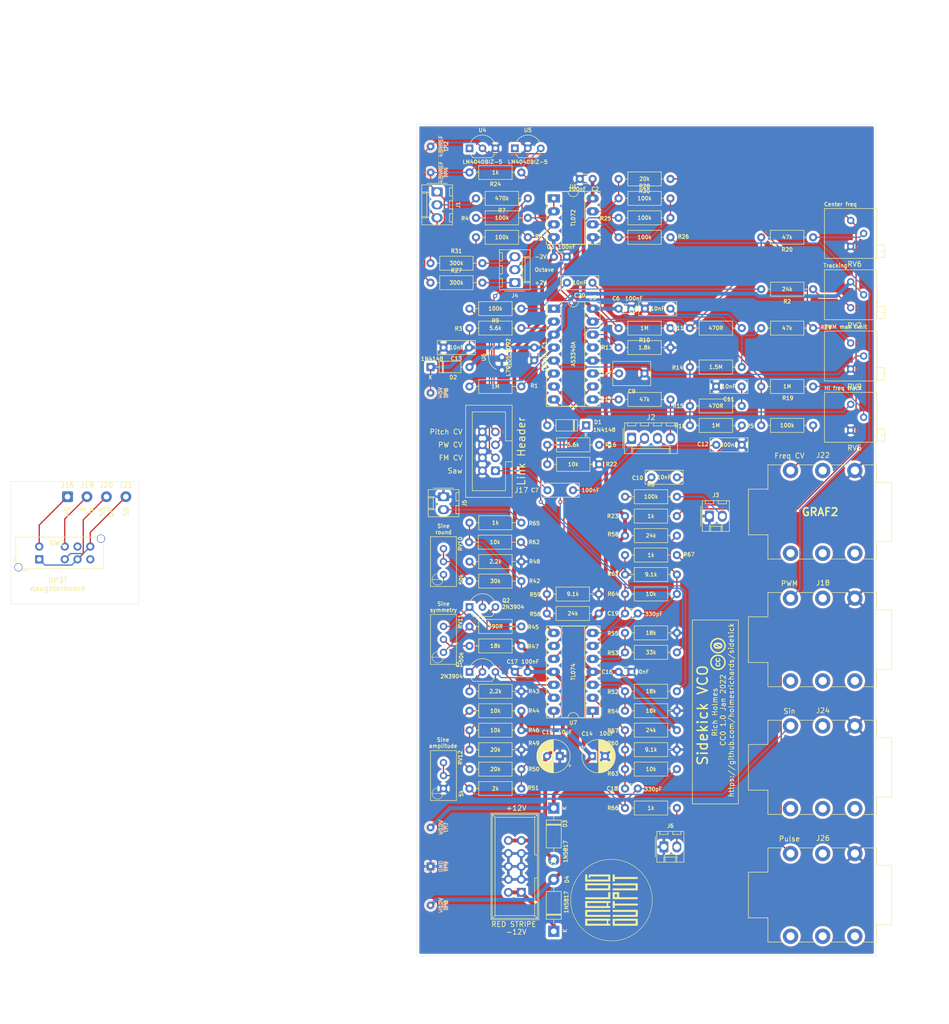
<source format=kicad_pcb>
(kicad_pcb (version 20211014) (generator pcbnew)
  (layers (0 "F.Cu" signal) (31 "B.Cu" signal) (34 "B.Paste" user) (35 "F.Paste" user) (36 "B.SilkS" user "B.Silkscreen") (37 "F.SilkS" user "F.Silkscreen") (38 "B.Mask" user) (39 "F.Mask" user) (44 "Edge.Cuts" user))
  (net 0 "")
  (net 1 "GND")
  (net 2 "-5V")
  (net 3 "+12V")
  (net 4 "-12V")
  (net 5 "PWM_IN")
  (net 6 "LIN_FM")
  (net 7 "CV_NODE")
  (net 8 "HFT")
  (net 9 "HARD_SYNC")
  (net 10 "SOFT_SYNC")
  (net 11 "/Main PCB/LINK_IN_SYNC")
  (net 12 "Net-(C9-Pad2)")
  (net 13 "Net-(C10-Pad1)")
  (net 14 "Net-(C11-Pad1)")
  (net 15 "/Main PCB/SYNCA")
  (net 16 "/Main PCB/SOFT_SYNC_OFF")
  (net 17 "Net-(C8-Pad1)")
  (net 18 "Net-(C19-Pad1)")
  (net 19 "Net-(C19-Pad2)")
  (net 20 "Net-(C18-Pad2)")
  (net 21 "Net-(C20-Pad2)")
  (net 22 "PULSE")
  (net 23 "/Main PCB/FINE_TUNE")
  (net 24 "Net-(Q1-Pad3)")
  (net 25 "Net-(Q2-Pad3)")
  (net 26 "Net-(Q2-Pad2)")
  (net 27 "Net-(C10-Pad2)")
  (net 28 "Net-(C18-Pad1)")
  (net 29 "Net-(C20-Pad1)")
  (net 30 "/Main PCB/SOFT_SYNCA")
  (net 31 "Net-(R4-Pad2)")
  (net 32 "Net-(D1-Pad1)")
  (net 33 "Net-(R2-Pad2)")
  (net 34 "/Main PCB/HARD_SYNCA")
  (net 35 "Net-(R2-Pad1)")
  (net 36 "Net-(R29-Pad1)")
  (net 37 "/Main PCB/LIN_FM_IN")
  (net 38 "/Main PCB/-2V_REF")
  (net 39 "/Main PCB/OCTAVE")
  (net 40 "Net-(R3-Pad1)")
  (net 41 "/Main PCB/+2V_REF")
  (net 42 "/Outputs and sin/TRI")
  (net 43 "/Outputs and sin/SAW")
  (net 44 "TRI_RAW")
  (net 45 "/Main PCB/LINK_IN_CV")
  (net 46 "/Main PCB/LINK_IN_PW")
  (net 47 "/Main PCB/LINK_IN_FM")
  (net 48 "Net-(R13-Pad1)")
  (net 49 "PWMIN")
  (net 50 "Net-(R42-Pad1)")
  (net 51 "V_OCT")
  (net 52 "SIN")
  (net 53 "PULSE_OUT")
  (net 54 "/Jacks, power, etc/+12V_IN")
  (net 55 "/Jacks, power, etc/-12V_IN")
  (net 56 "/Main PCB/HI_FREQ_TRACK")
  (net 57 "+5V_REF")
  (net 58 "/Main PCB/CENTER_FREQ")
  (net 59 "-5V_REF")
  (net 60 "SAW_OUT")
  (net 61 "Net-(Q1-Pad1)")
  (net 62 "Net-(Q1-Pad2)")
  (net 63 "Net-(Q2-Pad1)")
  (net 64 "Net-(R25-Pad1)")
  (net 65 "Net-(R28-Pad1)")
  (net 66 "/Panel mounted components/SOFT_SYNC_OFF_P")
  (net 67 "/Panel mounted components/SOFT_SYNCA_P")
  (net 68 "/Panel mounted components/SYNCA_P")
  (net 69 "/Panel mounted components/HARD_SYNCA_P")
  (net 70 "TRIANGLE_OUT")
  (net 71 "Net-(R52-Pad1)")
  (net 74 "Net-(R47-Pad2)")
  (net 75 "Net-(R50-Pad1)")
  (net 76 "Net-(R53-Pad1)")
  (net 77 "Net-(R56-Pad1)")
  (footprint "ao_tht:C_Disc_D3.0mm_W1.6mm_P2.50mm" (layer "F.Cu") (at 109.32 79.8 -90)
    (fp_text reference "C1")
    (fp_text value "100nF")
  )
  (footprint "ao_tht:C_Rect_L7.2mm_W2.5mm_P5.00mm_FKS2_FKP2_MKS2_MKP2" (layer "F.Cu") (at 116.9 107.74 180)
    (fp_text reference "C7")
    (fp_text value "100nF")
  )
  (footprint "ao_tht:C_Disc_D3.0mm_W1.6mm_P2.50mm" (layer "F.Cu") (at 125.83 72.19)
    (fp_text reference "C6")
    (fp_text value "100nF")
  )
  (footprint "ao_tht:C_Disc_D3.0mm_W1.6mm_P2.50mm" (layer "F.Cu") (at 120.74 46.78 180)
    (fp_text reference "C2")
    (fp_text value "100nF")
  )
  (footprint "ao_tht:C_Disc_D3.0mm_W1.6mm_P2.50mm" (layer "F.Cu") (at 115.67 62.02 180)
    (fp_text reference "C3")
    (fp_text value "100nF")
  )
  (footprint "Capacitor_THT:C_Rect_L7.2mm_W4.5mm_P5.00mm_FKS2_FKP2_MKS2_MKP2" (layer "F.Cu") (at 130.91 84.88 180)
    (fp_text reference "C9")
    (fp_text value "1nF")
  )
  (footprint "ao_tht:C_Rect_L7.2mm_W2.5mm_P5.00mm_FKS2_FKP2_MKS2_MKP2" (layer "F.Cu") (at 137.26 105.2 180)
    (fp_text reference "C10")
    (fp_text value "10nF")
  )
  (footprint "ao_tht:C_Rect_L7.2mm_W2.5mm_P5.00mm_FKS2_FKP2_MKS2_MKP2" (layer "F.Cu") (at 149.93 87.42 180)
    (fp_text reference "C11")
    (fp_text value "10nF")
  )
  (footprint "ao_tht:C_Rect_L7.2mm_W2.5mm_P5.00mm_FKS2_FKP2_MKS2_MKP2" (layer "F.Cu") (at 91.54 79.8)
    (fp_text reference "C13")
    (fp_text value "10nF")
  )
  (footprint "ao_tht:C_Disc_D3.0mm_W1.6mm_P2.50mm" (layer "F.Cu") (at 125.83 143.31)
    (fp_text reference "C16")
    (fp_text value "100nF")
  )
  (footprint "ao_tht:C_Disc_D3.0mm_W1.6mm_P2.50mm" (layer "F.Cu") (at 105.51 143.31)
    (fp_text reference "C17")
    (fp_text value "100nF")
  )
  (footprint "ao_tht:C_Disc_D3.0mm_W1.6mm_P2.50mm" (layer "F.Cu") (at 129.59 166.16 180)
    (fp_text reference "C18")
    (fp_text value "330pF")
  )
  (footprint "ao_tht:C_Disc_D3.0mm_W1.6mm_P2.50mm" (layer "F.Cu") (at 127.09 131.87)
    (fp_text reference "C19")
    (fp_text value "330pF")
  )
  (footprint "ao_tht:CP_Radial_D6.3mm_P2.50mm" (layer "F.Cu") (at 120.67 159.82)
    (fp_text reference "C14")
    (fp_text value "10uF")
  )
  (footprint "ao_tht:CP_Radial_D6.3mm_P2.50mm" (layer "F.Cu") (at 114.32 159.82 180)
    (fp_text reference "C15")
    (fp_text value "10uF")
  )
  (footprint "ao_tht:D_DO-35_SOD27_P7.62mm_Horizontal" (layer "F.Cu") (at 89 83.61)
    (fp_text reference "D2")
    (fp_text value "1N4148")
  )
  (footprint "ao_tht:D_DO-41_SOD81_P10.16mm_Horizontal" (layer "F.Cu") (at 113.13 169.98 -90)
    (fp_text reference "D3")
    (fp_text value "1N5817")
  )
  (footprint "ao_tht:D_DO-41_SOD81_P10.16mm_Horizontal" (layer "F.Cu") (at 113.13 194.11 90)
    (fp_text reference "D4")
    (fp_text value "1N5817")
  )
  (footprint "ao_tht:analogoutput" (layer "F.Cu") (at 124.433 188.004 90)
    (fp_text reference "GRAF3" hide)
    (fp_text value "AO logo" hide)
  )
  (footprint "ao_tht:CC0_logo" (layer "F.Cu") (at 145.293 139.822 90)
    (fp_text reference "GRAF4" hide)
    (fp_text value "CC0 logo" hide)
  )
  (footprint "ao_tht:Molex_KK-254_AE-6410-03A_1x03_P2.54mm_Vertical" (layer "F.Cu") (at 105.51 67.1 90)
    (fp_text reference "J4")
    (fp_text value "3_pin_Molex_header")
  )
  (footprint "Connector_IDC:IDC-Header_2x04_P2.54mm_Vertical" (layer "F.Cu") (at 101.7 103.93 180)
    (fp_text reference "J17")
    (fp_text value "Conn_02x04_Odd_Even")
  )
  (footprint "ao_tht:Jack_6.35mm_TE-CK-6.35-29B_Horizontal" (layer "F.Cu") (at 159.515 128.885)
    (fp_text reference "J18")
    (fp_text value "AudioJack2")
  )
  (footprint "ao_tht:Jack_6.35mm_TE-CK-6.35-29B_Horizontal" (layer "F.Cu") (at 159.515 103.885)
    (fp_text reference "J22")
    (fp_text value "AudioJack2")
  )
  (footprint "ao_tht:Power_Header" (layer "F.Cu") (at 106.78 186.49 180)
    (fp_text reference "J23")
    (fp_text value "Synth_power_2x5")
  )
  (footprint "ao_tht:Jack_6.35mm_TE-CK-6.35-29B_Horizontal" (layer "F.Cu") (at 159.515 153.885)
    (fp_text reference "J24")
    (fp_text value "AudioJack2")
  )
  (footprint "ao_tht:Jack_6.35mm_TE-CK-6.35-29B_Horizontal" (layer "F.Cu") (at 159.515 178.885)
    (fp_text reference "J26")
    (fp_text value "AudioJack2")
  )
  (footprint "ao_tht:TO-92_Inline_Wide" (layer "F.Cu") (at 96.62 143.31)
    (fp_text reference "Q1")
    (fp_text value "2N3904")
  )
  (footprint "ao_tht:TO-92_Inline_Wide" (layer "F.Cu") (at 96.62 130.61)
    (fp_text reference "Q2")
    (fp_text value "2N3904")
  )
  (footprint "ao_tht:R_Axial_DIN0207_L6.3mm_D2.5mm_P10.16mm_Horizontal" (layer "F.Cu") (at 96.62 87.42)
    (fp_text reference "R1")
    (fp_text value "1M")
  )
  (footprint "ao_tht:R_Axial_DIN0207_L6.3mm_D2.5mm_P10.16mm_Horizontal" (layer "F.Cu") (at 153.77 68.37)
    (fp_text reference "R2")
    (fp_text value "24k")
  )
  (footprint "ao_tht:R_Axial_DIN0207_L6.3mm_D2.5mm_P10.16mm_Horizontal" (layer "F.Cu") (at 106.78 75.99 180)
    (fp_text reference "R3")
    (fp_text value "5.6k")
  )
  (footprint "ao_tht:R_Axial_DIN0207_L6.3mm_D2.5mm_P10.16mm_Horizontal" (layer "F.Cu") (at 97.89 54.4)
    (fp_text reference "R4")
    (fp_text value "100k")
  )
  (footprint "ao_tht:R_Axial_DIN0207_L6.3mm_D2.5mm_P10.16mm_Horizontal" (layer "F.Cu") (at 153.77 95.04)
    (fp_text reference "R5")
    (fp_text value "100k")
  )
  (footprint "ao_tht:R_Axial_DIN0207_L6.3mm_D2.5mm_P10.16mm_Horizontal" (layer "F.Cu") (at 108.05 58.21 180)
    (fp_text reference "R6")
    (fp_text value "100k")
  )
  (footprint "ao_tht:R_Axial_DIN0207_L6.3mm_D2.5mm_P10.16mm_Horizontal" (layer "F.Cu") (at 108.05 50.59 180)
    (fp_text reference "R7")
    (fp_text value "470k")
  )
  (footprint "ao_tht:R_Axial_DIN0207_L6.3mm_D2.5mm_P10.16mm_Horizontal" (layer "F.Cu") (at 125.83 79.8)
    (fp_text reference "R13")
    (fp_text value "1.8k")
  )
  (footprint "ao_tht:R_Axial_DIN0207_L6.3mm_D2.5mm_P10.16mm_Horizontal" (layer "F.Cu") (at 149.96 83.61 180)
    (fp_text reference "R14")
    (fp_text value "1.5M")
  )
  (footprint "ao_tht:R_Axial_DIN0207_L6.3mm_D2.5mm_P10.16mm_Horizontal" (layer "F.Cu") (at 139.8 91.24)
    (fp_text reference "R15")
    (fp_text value "470R")
  )
  (footprint "ao_tht:R_Axial_DIN0207_L6.3mm_D2.5mm_P10.16mm_Horizontal" (layer "F.Cu") (at 139.8 95.05)
    (fp_text reference "R18")
    (fp_text value "1M")
  )
  (footprint "ao_tht:R_Axial_DIN0207_L6.3mm_D2.5mm_P10.16mm_Horizontal" (layer "F.Cu") (at 153.77 87.42)
    (fp_text reference "R19")
    (fp_text value "1M")
  )
  (footprint "ao_tht:R_Axial_DIN0207_L6.3mm_D2.5mm_P10.16mm_Horizontal" (layer "F.Cu") (at 153.77 58.21)
    (fp_text reference "R20")
    (fp_text value "47k")
  )
  (footprint "ao_tht:R_Axial_DIN0207_L6.3mm_D2.5mm_P10.16mm_Horizontal" (layer "F.Cu") (at 127.08 112.81)
    (fp_text reference "R23")
    (fp_text value "1k")
  )
  (footprint "ao_tht:R_Axial_DIN0207_L6.3mm_D2.5mm_P10.16mm_Horizontal" (layer "F.Cu") (at 135.99 54.4 180)
    (fp_text reference "R25")
    (fp_text value "100k")
  )
  (footprint "ao_tht:R_Axial_DIN0207_L6.3mm_D2.5mm_P10.16mm_Horizontal" (layer "F.Cu") (at 125.83 58.21)
    (fp_text reference "R26")
    (fp_text value "100k")
  )
  (footprint "ao_tht:R_Axial_DIN0207_L6.3mm_D2.5mm_P10.16mm_Horizontal" (layer "F.Cu") (at 125.83 50.59)
    (fp_text reference "R28")
    (fp_text value "100k")
  )
  (footprint "ao_tht:R_Axial_DIN0207_L6.3mm_D2.5mm_P10.16mm_Horizontal" (layer "F.Cu") (at 163.93 75.99 180)
    (fp_text reference "R29")
    (fp_text value "47k")
  )
  (footprint "ao_tht:R_Axial_DIN0207_L6.3mm_D2.5mm_P10.16mm_Horizontal" (layer "F.Cu") (at 135.99 46.78 180)
    (fp_text reference "R30")
    (fp_text value "20k")
  )
  (footprint "ao_tht:R_Axial_DIN0207_L6.3mm_D2.5mm_P10.16mm_Horizontal" (layer "F.Cu") (at 96.62 125.53)
    (fp_text reference "R42")
    (fp_text value "30k")
  )
  (footprint "ao_tht:R_Axial_DIN0207_L6.3mm_D2.5mm_P10.16mm_Horizontal" (layer "F.Cu") (at 96.62 147.12)
    (fp_text reference "R43")
    (fp_text value "2.2k")
  )
  (footprint "ao_tht:R_Axial_DIN0207_L6.3mm_D2.5mm_P10.16mm_Horizontal" (layer "F.Cu") (at 106.78 150.93 180)
    (fp_text reference "R44")
    (fp_text value "10k")
  )
  (footprint "ao_tht:R_Axial_DIN0207_L6.3mm_D2.5mm_P10.16mm_Horizontal" (layer "F.Cu") (at 106.78 134.42 180)
    (fp_text reference "R45")
    (fp_text value "390R")
  )
  (footprint "ao_tht:R_Axial_DIN0207_L6.3mm_D2.5mm_P10.16mm_Horizontal" (layer "F.Cu") (at 106.78 154.74 180)
    (fp_text reference "R46")
    (fp_text value "10k")
  )
  (footprint "ao_tht:R_Axial_DIN0207_L6.3mm_D2.5mm_P10.16mm_Horizontal" (layer "F.Cu") (at 106.78 138.23 180)
    (fp_text reference "R47")
    (fp_text value "18k")
  )
  (footprint "ao_tht:R_Axial_DIN0207_L6.3mm_D2.5mm_P10.16mm_Horizontal" (layer "F.Cu") (at 96.62 121.72)
    (fp_text reference "R48")
    (fp_text value "2.2k")
  )
  (footprint "ao_tht:R_Axial_DIN0207_L6.3mm_D2.5mm_P10.16mm_Horizontal" (layer "F.Cu") (at 96.62 158.55)
    (fp_text reference "R49")
    (fp_text value "20k")
  )
  (footprint "ao_tht:R_Axial_DIN0207_L6.3mm_D2.5mm_P10.16mm_Horizontal" (layer "F.Cu") (at 106.78 162.36 180)
    (fp_text reference "R50")
    (fp_text value "20k")
  )
  (footprint "ao_tht:R_Axial_DIN0207_L6.3mm_D2.5mm_P10.16mm_Horizontal" (layer "F.Cu") (at 96.62 166.17)
    (fp_text reference "R51")
    (fp_text value "2k")
  )
  (footprint "ao_tht:R_Axial_DIN0207_L6.3mm_D2.5mm_P10.16mm_Horizontal" (layer "F.Cu") (at 127.09 147.11)
    (fp_text reference "R52")
    (fp_text value "18k")
  )
  (footprint "ao_tht:R_Axial_DIN0207_L6.3mm_D2.5mm_P10.16mm_Horizontal" (layer "F.Cu") (at 127.09 139.49)
    (fp_text reference "R53")
    (fp_text value "33k")
  )
  (footprint "ao_tht:R_Axial_DIN0207_L6.3mm_D2.5mm_P10.16mm_Horizontal" (layer "F.Cu") (at 127.09 150.92)
    (fp_text reference "R54")
    (fp_text value "18k")
  )
  (footprint "ao_tht:R_Axial_DIN0207_L6.3mm_D2.5mm_P10.16mm_Horizontal" (layer "F.Cu") (at 127.09 135.68)
    (fp_text reference "R55")
    (fp_text value "18k")
  )
  (footprint "ao_tht:R_Axial_DIN0207_L6.3mm_D2.5mm_P10.16mm_Horizontal" (layer "F.Cu") (at 111.78 131.88)
    (fp_text reference "R56")
    (fp_text value "24k")
  )
  (footprint "ao_tht:R_Axial_DIN0207_L6.3mm_D2.5mm_P10.16mm_Horizontal" (layer "F.Cu") (at 127.09 154.73)
    (fp_text reference "R57")
    (fp_text value "24k")
  )
  (footprint "ao_tht:R_Axial_DIN0207_L6.3mm_D2.5mm_P10.16mm_Horizontal" (layer "F.Cu") (at 137.25 116.63 180)
    (fp_text reference "R58")
    (fp_text value "24k")
  )
  (footprint "ao_tht:R_Axial_DIN0207_L6.3mm_D2.5mm_P10.16mm_Horizontal" (layer "F.Cu") (at 111.78 128.07)
    (fp_text reference "R59")
    (fp_text value "9.1k")
  )
  (footprint "ao_tht:R_Axial_DIN0207_L6.3mm_D2.5mm_P10.16mm_Horizontal" (layer "F.Cu") (at 127.09 158.54)
    (fp_text reference "R60")
    (fp_text value "9.1k")
  )
  (footprint "ao_tht:R_Axial_DIN0207_L6.3mm_D2.5mm_P10.16mm_Horizontal" (layer "F.Cu") (at 137.25 124.25 180)
    (fp_text reference "R61")
    (fp_text value "9.1k")
  )
  (footprint "ao_tht:R_Axial_DIN0207_L6.3mm_D2.5mm_P10.16mm_Horizontal" (layer "F.Cu") (at 96.54 117.91)
    (fp_text reference "R62")
    (fp_text value "10k")
  )
  (footprint "ao_tht:R_Axial_DIN0207_L6.3mm_D2.5mm_P10.16mm_Horizontal" (layer "F.Cu") (at 137.25 162.35 180)
    (fp_text reference "R63")
    (fp_text value "10k")
  )
  (footprint "ao_tht:R_Axial_DIN0207_L6.3mm_D2.5mm_P10.16mm_Horizontal" (layer "F.Cu") (at 127.09 128.06)
    (fp_text reference "R64")
    (fp_text value "10k")
  )
  (footprint "ao_tht:R_Axial_DIN0207_L6.3mm_D2.5mm_P10.16mm_Horizontal" (layer "F.Cu") (at 106.78 114.1 180)
    (fp_text reference "R65")
    (fp_text value "1k")
  )
  (footprint "ao_tht:R_Axial_DIN0207_L6.3mm_D2.5mm_P10.16mm_Horizontal" (layer "F.Cu") (at 137.25 169.97 180)
    (fp_text reference "R66")
    (fp_text value "1k")
  )
  (footprint "ao_tht:R_Axial_DIN0207_L6.3mm_D2.5mm_P10.16mm_Horizontal" (layer "F.Cu") (at 137.25 120.44 180)
    (fp_text reference "R67")
    (fp_text value "1k")
  )
  (footprint "Potentiometer_THT:Potentiometer_Bourns_3296P_Horizontal" (layer "F.Cu") (at 171.3 72 180)
    (fp_text reference "RV2")
    (fp_text value "10k")
  )
  (footprint "Potentiometer_THT:Potentiometer_Bourns_3296P_Horizontal" (layer "F.Cu") (at 171.3 96 180)
    (fp_text reference "RV5")
    (fp_text value "10k")
  )
  (footprint "Potentiometer_THT:Potentiometer_Bourns_3296P_Horizontal" (layer "F.Cu") (at 171.3 60 180)
    (fp_text reference "RV6")
    (fp_text value "10k")
  )
  (footprint "Potentiometer_THT:Potentiometer_Bourns_3296P_Horizontal" (layer "F.Cu") (at 171.3 84 180)
    (fp_text reference "RV9")
    (fp_text value "10k")
  )
  (footprint "ao_tht:DIP-16_W7.62mm_Socket_LongPads" (layer "F.Cu") (at 113.14 72.18)
    (fp_text reference "U3")
    (fp_text value "AS3340A")
  )
  (footprint "ao_tht:DIP-8_W7.62mm_Socket_LongPads" (layer "F.Cu") (at 113.13 50.6)
    (fp_text reference "U1")
    (fp_text value "TL072")
  )
  (footprint "ao_tht:TO-92_Inline_Wide" (layer "F.Cu") (at 96.62 40.79)
    (fp_text reference "U4")
    (fp_text value "LM4040BIZ-5")
  )
  (footprint "ao_tht:TO-92_Inline_Wide" (layer "F.Cu") (at 102.97 84.245 90)
    (fp_text reference "U6")
    (fp_text value "L79L05_TO92")
  )
  (footprint "ao_tht:DIP-14_W7.62mm_Socket_LongPads" (layer "F.Cu") (at 120.75 150.93 180)
    (fp_text reference "U7")
    (fp_text value "TL074")
  )
  (footprint "sidekickvco:sidekick_panel_holes" (layer "F.Cu") (at 165.3 112)
    (fp_text reference "GRAF2")
    (fp_text value "Holes" hide)
  )
  (footprint "ao_tht:R_Axial_DIN0207_L6.3mm_D2.5mm_P10.16mm_Horizontal" (layer "F.Cu") (at 106.78 72.18 180)
    (fp_text reference "R9")
    (fp_text value "100k")
  )
  (footprint "ao_tht:R_Axial_DIN0207_L6.3mm_D2.5mm_P10.16mm_Horizontal" (layer "F.Cu") (at 135.99 75.99 180)
    (fp_text reference "R10")
    (fp_text value "1M")
  )
  (footprint "ao_tht:C_Rect_L7.2mm_W2.5mm_P5.00mm_FKS2_FKP2_MKS2_MKP2" (layer "F.Cu") (at 120.71 67.1 180)
    (fp_text reference "C20")
    (fp_text value "10nF")
  )
  (footprint "ao_tht:R_Axial_DIN0207_L6.3mm_D2.5mm_P10.16mm_Horizontal" (layer "F.Cu") (at 139.8 75.99)
    (fp_text reference "R11")
    (fp_text value "470R")
  )
  (footprint "ao_tht:Molex_KK-254_AE-6410-02A_1x02_P2.54mm_Vertical" (layer "F.Cu") (at 143.61 112.82)
    (fp_text reference "J3")
    (fp_text value "2_pin_Molex_header")
  )
  (footprint "ao_tht:D_DO-35_SOD27_P7.62mm_Horizontal" (layer "F.Cu") (at 119.48 95.04 180)
    (fp_text reference "D1")
    (fp_text value "1N4148")
  )
  (footprint "Connector_Wire:SolderWire-0.5sqmm_1x01_D0.9mm_OD2.1mm" (layer "F.Cu") (at 17.88 109.01)
    (fp_text reference "J16")
    (fp_text value "Wire pad")
  )
  (footprint "ao_tht:C_Rect_L7.2mm_W2.5mm_P5.00mm_FKS2_FKP2_MKS2_MKP2" (layer "F.Cu") (at 149.96 98.85 180)
    (fp_text reference "C12")
    (fp_text value "100nF")
  )
  (footprint "ao_tht:C_Rect_L7.2mm_W2.5mm_P5.00mm_FKS2_FKP2_MKS2_MKP2" (layer "F.Cu") (at 135.99 72.18 180)
    (fp_text reference "C8")
    (fp_text value "10nF")
  )
  (footprint "ao_tht:MountingHole_3.2mm_M3" (layer "F.Cu") (at 9.8 109)
    (fp_text reference "H2" hide)
    (fp_text value "MountingHole")
  )
  (footprint "ao_tht:Board_Marker" (layer "F.Cu") (at 18.445 105.855)
    (fp_text reference "B2")
    (fp_text value "Board")
  )
  (footprint "sidekickvco:SolderWire-round_1x01_D0.9mm_OD2.1mm" (layer "F.Cu") (at 29.31 109.01)
    (fp_text reference "J21")
    (fp_text value "Wire pad")
  )
  (footprint "ao_tht:Potentiometer_Bourns_3296W_Vertical_screw_centered" (layer "F.Cu") (at 90.38 140.45 -90)
    (fp_text reference "RV11")
    (fp_text value "50k")
  )
  (footprint "ao_tht:R_Axial_DIN0207_L6.3mm_D2.5mm_P10.16mm_Horizontal" (layer "F.Cu") (at 88.98 63.28)
    (fp_text reference "R31")
    (fp_text value "300k")
  )
  (footprint "ao_tht:Board_Marker" (layer "F.Cu") (at 125.8 36)
    (fp_text reference "B1")
    (fp_text value "Board")
  )
  (footprint "sidekickvco:SolderWire-round_1x01_D0.9mm_OD2.1mm" (layer "F.Cu") (at 25.5 109.01)
    (fp_text reference "J20")
    (fp_text value "Wire pad")
  )
  (footprint "ao_tht:R_Axial_DIN0207_L6.3mm_D2.5mm_P10.16mm_Horizontal" (layer "F.Cu") (at 88.98 67.1)
    (fp_text reference "R27")
    (fp_text value "300k")
  )
  (footprint "sidekickvco:sidekick_daughterboard" (layer "F.Cu") (at 19.3 118)
    (fp_text reference "GRAF1" hide)
    (fp_text value "board" hide)
  )
  (footprint "ao_tht:R_Axial_DIN0207_L6.3mm_D2.5mm_P10.16mm_Horizontal" (layer "F.Cu") (at 127.1 109.01)
    (fp_text reference "R8")
    (fp_text value "100k")
  )
  (footprint "Connector_Molex:Molex_KK-254_AE-6410-04A_1x04_P2.54mm_Vertical" (layer "F.Cu") (at 128.37 97.58)
    (fp_text reference "J2")
    (fp_text value "4_pin_Molex_header")
  )
  (footprint "ao_tht:R_Axial_DIN0207_L6.3mm_D2.5mm_P10.16mm_Horizontal" (layer "F.Cu") (at 122.02 102.66 180)
    (fp_text reference "R22")
    (fp_text value "10k")
  )
  (footprint "ao_tht:TO-92_Inline_Wide" (layer "F.Cu") (at 105.51 40.79)
    (fp_text reference "U5")
    (fp_text value "LM4040BIZ-5")
  )
  (footprint "ao_tht:R_Axial_DIN0207_L6.3mm_D2.5mm_P10.16mm_Horizontal" (layer "F.Cu") (at 111.86 98.85)
    (fp_text reference "R16")
    (fp_text value "5.6k")
  )
  (footprint "ao_tht:R_Axial_DIN0207_L6.3mm_D2.5mm_P10.16mm_Horizontal" (layer "F.Cu") (at 125.83 89.96)
    (fp_text reference "R17")
    (fp_text value "47k")
  )
  (footprint "ao_tht:MountingHole_3.2mm_M3" (layer "F.Cu") (at 28.8 127)
    (fp_text reference "H1" hide)
    (fp_text value "MountingHole")
  )
  (footprint "herovco:SW_CK_OS203012MU5QP1_DP3T" (layer "F.Cu") (at 12.3382 121.2704)
    (fp_text reference "SW2")
    (fp_text value "SW_DP3T")
  )
  (footprint "ao_tht:Potentiometer_Bourns_3296W_Vertical_screw_centered" (layer "F.Cu") (at 90.38 167.12 -90)
    (fp_text reference "RV12")
    (fp_text value "5k")
  )
  (footprint "ao_tht:Potentiometer_Bourns_3296W_Vertical_screw_centered" (layer "F.Cu") (at 90.38 125.22 -90)
    (fp_text reference "RV10")
    (fp_text value "50k")
  )
  (footprint "ao_tht:Molex_KK-254_AE-6410-02A_1x02_P2.54mm_Vertical" (layer "F.Cu") (at 91.53 109.01 -90)
    (fp_text reference "J5")
    (fp_text value "2_pin_Molex_header")
  )
  (footprint "ao_tht:Molex_KK-254_AE-6410-03A_1x03_P2.54mm_Vertical" (layer "F.Cu") (at 90.27 49.32 -90)
    (fp_text reference "J1")
    (fp_text value "3_pin_Molex_header")
  )
  (footprint "ao_tht:Molex_KK-254_AE-6410-02A_1x02_P2.54mm_Vertical" (layer "F.Cu") (at 134.7 177.58)
    (fp_text reference "J6")
    (fp_text value "2_pin_Molex_header")
  )
  (footprint "ao_tht:R_Axial_DIN0207_L6.3mm_D2.5mm_P10.16mm_Horizontal" (layer "F.Cu") (at 96.62 45.51)
    (fp_text reference "R24")
    (fp_text value "1k")
  )
  (footprint "sidekickvco:SolderWire-round_1x01_D0.9mm_OD2.1mm" (layer "F.Cu") (at 21.69 109.01)
    (fp_text reference "J19")
    (fp_text value "Wire pad")
  )
  (footprint "ao_tht:TestPoint_THTPad_D1.5mm_Drill0.7mm" (layer "B.Cu") (at 88.99 173.78 90)
    (fp_text reference "TP7")
    (fp_text value "+12V")
  )
  (footprint "ao_tht:TestPoint_THTPad_D1.5mm_Drill0.7mm" (layer "B.Cu") (at 88.99 189.02 90)
    (fp_text reference "TP8")
    (fp_text value "-12V")
  )
  (footprint "ao_tht:TestPoint_THTPad_1.5x1.5mm_Drill0.7mm" (layer "B.Cu") (at 88.99 181.4 90)
    (fp_text reference "TP9")
    (fp_text value "GND")
  )
  (footprint "ao_tht:TestPoint_THTPad_D1.5mm_Drill0.7mm" (layer "B.Cu") (at 89 40.43 90)
    (fp_text reference "TP2")
    (fp_text value "+5VREF")
  )
  (footprint "ao_tht:TestPoint_THTPad_D1.5mm_Drill0.7mm" (layer "B.Cu") (at 89.01 45.51 90)
    (fp_text reference "TP4")
    (fp_text value "-5VREF")
  )
  (footprint "ao_tht:TestPoint_THTPad_D1.5mm_Drill0.7mm" (layer "B.Cu") (at 89 88.69 90)
    (fp_text reference "TP6")
    (fp_text value "-5V")
  )
  (gr_line (start 149.29 169.16) (end 149.29 133.16) (layer "F.SilkS") (width 0.12))
  (gr_line (start 140.29 169.16) (end 149.29 169.16) (layer "F.SilkS") (width 0.12))
  (gr_line (start 149.29 133.16) (end 140.29 133.16) (layer "F.SilkS") (width 0.12))
  (gr_line (start 140.29 133.16) (end 140.29 169.16) (layer "F.SilkS") (width 0.12))
  (gr_line (start 31.8 130) (end 6.8 130) (layer "Edge.Cuts") (width 0.05))
  (gr_line (start 6.8 130) (end 6.8 106) (layer "Edge.Cuts") (width 0.05))
  (gr_line (start 31.8 106) (end 31.8 130) (layer "Edge.Cuts") (width 0.05))
  (gr_rect (start 86.3 36) (end 176.3 199) (layer "Edge.Cuts") (width 0.05) (fill none))
  (gr_line (start 6.8 106) (end 31.8 106) (layer "Edge.Cuts") (width 0.05))
  (gr_text "Saw" (at 95.35 103.94) (layer "F.SilkS") (effects (font (size 1 1)) (justify right)))
  (gr_text "FM CV" (at 95.35 101.39) (layer "F.SilkS") (effects (font (size 1 1)) (justify right)))
  (gr_text "PW CV" (at 95.35 98.85) (layer "F.SilkS") (effects (font (size 1 1)) (justify right)))
  (gr_text "Pitch CV" (at 95.35 96.31) (layer "F.SilkS") (effects (font (size 1 1)) (justify right)))
  (gr_text "Rich Holmes \nCC0 1.0 Jan 2022\nhttps://github.com/holmesrichards/sidekick" (at 146.29 150.81 90) (layer "F.SilkS") (effects (font (size 1 1))))
  (gr_text "Sidekick VCO" (at 142.29 151.81 90) (layer "F.SilkS") (effects (font (size 2 2) (thickness 0.3))))
  (gr_text "Sin" (at 159.3 151) (layer "F.SilkS") (effects (font (size 1 1))))
  (gr_text "PWM max limit" (at 170.3 75.75) (layer "F.SilkS") (effects (font (size 0.75 0.75))))
  (gr_text "DP3T\ndaughterboard" (at 15.975 126.155) (layer "F.SilkS") (effects (font (size 1 1))))
  (gr_text "+2V" (at 109.32 67.1) (layer "F.SilkS") (effects (font (size 0.75 0.75)) (justify left)))
  (gr_text "Sine\nround" (at 91.53 115.36) (layer "F.SilkS") (effects (font (size 0.75 0.75))))
  (gr_text "Center freq" (at 169.3 51.75) (layer "F.SilkS") (effects (font (size 0.75 0.75))))
  (gr_text "SS" (at 29.31 110.915 90) (layer "F.SilkS") (effects (font (size 1 1)) (justify right)))
  (gr_text "HS" (at 17.88 110.915 90) (layer "F.SilkS") (effects (font (size 1 1)) (justify right)))
  (gr_text "SS\noff" (at 25.5 110.915 90) (layer "F.SilkS") (effects (font (size 1 1)) (justify right)))
  (gr_text "Sine\namplitude" (at 91.45 157.214) (layer "F.SilkS") (effects (font (size 0.75 0.75))))
  (gr_text "S\nin" (at 21.69 110.915 90) (layer "F.SilkS") (effects (font (size 1 1)) (justify right)))
  (gr_text "Sine\nsymmetry" (at 91.53 130.6) (layer "F.SilkS") (effects (font (size 0.75 0.75))))
  (gr_text "Hi freq track" (at 169.8 87.75) (layer "F.SilkS") (effects (font (size 0.75 0.75))))
  (gr_text "Tracking" (at 168.3 63.75) (layer "F.SilkS") (effects (font (size 0.75 0.75))))
  (gr_text "Pulse" (at 159.3 176) (layer "F.SilkS") (effects (font (size 1 1))))
  (gr_text "-2V" (at 109.32 62.02) (layer "F.SilkS") (effects (font (size 0.75 0.75)) (justify left)))
  (gr_text "Octave" (at 109.32 64.56) (layer "F.SilkS") (effects (font (size 0.75 0.75)) (justify left)))
  (gr_text "Link Header" (at 106.78 100.12 90) (layer "F.SilkS") (effects (font (size 1.5 1.5) (thickness 0.2))))
  (gr_text "Freq CV" (at 159.3 101) (layer "F.SilkS") (effects (font (size 1 1))))
  (gr_text "PWM" (at 159.3 126) (layer "F.SilkS") (effects (font (size 1 1))))
  (segment (start 89 88.69) (end 89 83.61) (width 0.25) (layer "F.Cu") (net 2))
  (segment (start 96.62 79.72) (end 96.54 79.8) (width 0.25) (layer "F.Cu") (net 2))
  (segment (start 96.62 75.99) (end 96.62 79.72) (width 0.25) (layer "F.Cu") (net 2))
  (segment (start 117.575 69.259) (end 152.715147 69.259) (width 0.75) (layer "B.Cu") (net 2))
  (segment (start 92.73 83.61) (end 89 83.61) (width 0.75) (layer "B.Cu") (net 2))
  (segment (start 168.475489 69.744511) (end 171.3 66.92) (width 0.75) (layer "B.Cu") (net 2))
  (segment (start 96.54 79.8) (end 92.73 83.61) (width 0.75) (layer "B.Cu") (net 2))
  (segment (start 102.97 79.165) (end 103.605 79.8) (width 0.75) (layer "B.Cu") (net 2))
  (segment (start 152.715147 69.259) (end 153.200658 69.744511) (width 0.75) (layer "B.Cu") (net 2))
  (segment (start 110.6 79.8) (end 113.14 77.26) (width 0.75) (layer "B.Cu") (net 2))
  (segment (start 113.14 77.26) (end 114.914511 75.485489) (width 0.75) (layer "B.Cu") (net 2))
  (segment (start 103.605 79.8) (end 109.32 79.8) (width 0.75) (layer "B.Cu") (net 2))
  (segment (start 102.335 79.8) (end 102.97 79.165) (width 0.75) (layer "B.Cu") (net 2))
  (segment (start 96.54 79.8) (end 102.335 79.8) (width 0.75) (layer "B.Cu") (net 2))
  (segment (start 153.200658 69.744511) (end 168.475489 69.744511) (width 0.75) (layer "B.Cu") (net 2))
  (segment (start 109.32 79.8) (end 110.6 79.8) (width 0.75) (layer "B.Cu") (net 2))
  (segment (start 114.914511 75.485489) (end 114.914511 71.919489) (width 0.75) (layer "B.Cu") (net 2))
  (segment (start 171.3 66.92) (end 173.84 69.46) (width 0.25) (layer "B.Cu") (net 2))
  (segment (start 114.914511 71.919489) (end 117.575 69.259) (width 0.75) (layer "B.Cu") (net 2))
  (segment (start 123.29 92.5) (end 123.394511 92.604511) (width 0.75) (layer "F.Cu") (net 3))
  (segment (start 118.97548 134.84452) (end 118.97548 141.53548) (width 0.75) (layer "F.Cu") (net 3))
  (segment (start 127.09 116.63) (end 127.09 112.82) (width 0.75) (layer "F.Cu") (net 3))
  (segment (start 123.394511 92.604511) (end 123.394511 109.124511) (width 0.75) (layer "F.Cu") (net 3))
  (segment (start 123.314511 130.505489) (end 123.314511 120.405489) (width 0.75) (layer "F.Cu") (net 3))
  (segment (start 120.75 143.31) (end 118.975489 145.084511) (width 0.75) (layer "F.Cu") (net 3))
  (segment (start 106.78 154.74) (end 106.78 150.93) (width 0.75) (layer "F.Cu") (net 3))
  (segment (start 123.29 74.71) (end 123.29 92.5) (width 0.75) (layer "F.Cu") (net 3))
  (segment (start 118.97548 52.37452) (end 118.97548 70.39548) (width 0.75) (layer "F.Cu") (net 3))
  (segment (start 118.97548 70.39548) (end 120.76 72.18) (width 0.75) (layer "F.Cu") (net 3))
  (segment (start 118.975489 158.125489) (end 120.67 159.82) (width 0.75) (layer "F.Cu") (net 3))
  (segment (start 120.75 143.31) (end 125.83 143.31) (width 0.75) (layer "F.Cu") (net 3))
  (segment (start 113.13 167.36) (end 120.67 159.82) (width 0.75) (layer "F.Cu") (net 3))
  (segment (start 113.13 169.98) (end 113.13 167.36) (width 0.75) (layer "F.Cu") (net 3))
  (segment (start 120.76 72.18) (end 123.29 74.71) (width 0.75) (layer "F.Cu") (net 3))
  (segment (start 121.94 131.88) (end 118.97548 134.84452) (width 0.75) (layer "F.Cu") (net 3))
  (segment (start 118.97548 141.53548) (end 120.75 143.31) (width 0.75) (layer "F.Cu") (net 3))
  (segment (start 118.975489 145.084511) (end 118.975489 158.125489) (width 0.75) (layer "F.Cu") (net 3))
  (segment (start 123.314511 120.405489) (end 127.09 116.63) (width 0.75) (layer "F.Cu") (net 3))
  (segment (start 120.74 50.59) (end 120.75 50.6) (width 0.75) (layer "F.Cu") (net 3))
  (segment (start 121.94 131.88) (end 123.314511 130.505489) (width 0.75) (layer "F.Cu") (net 3))
  (segment (start 120.75 50.6) (end 118.97548 52.37452) (width 0.75) (layer "F.Cu") (net 3))
  (segment (start 123.394511 109.124511) (end 127.08 112.81) (width 0.75) (layer "F.Cu") (net 3))
  (segment (start 120.74 46.78) (end 120.74 50.59) (width 0.75) (layer "F.Cu") (net 3))
  (segment (start 152.373 77.387) (end 153.77 75.99) (width 0.25) (layer "B.Cu") (net 3))
  (segment (start 125.83 143.31) (end 137.25 154.73) (width 0.75) (layer "B.Cu") (net 3))
  (segment (start 149.706 77.387) (end 149.96 77.387) (width 0.25) (layer "B.Cu") (net 3))
  (segment (start 115.59 154.74) (end 120.67 159.82) (width 0.75) (layer "B.Cu") (net 3))
  (segment (start 146.139979 73.820979) (end 149.706 77.387) (width 0.25) (layer "B.Cu") (net 3))
  (segment (start 149.96 77.387) (end 152.373 77.387) (width 0.25) (layer "B.Cu") (net 3))
  (segment (start 125.83 72.19) (end 127.460979 73.820979) (width 0.25) (layer "B.Cu") (net 3))
  (segment (start 106.78 154.74) (end 115.59 154.74) (width 0.75) (layer "B.Cu") (net 3))
  (segment (start 113.13 169.98) (end 92.79 169.98) (width 0.75) (layer "B.Cu") (net 3))
  (segment (start 149.96 77.387) (end 149.96 83.61) (width 0.25) (layer "B.Cu") (net 3))
  (segment (start 125.82 72.18) (end 125.83 72.19) (width 0.75) (layer "B.Cu") (net 3))
  (segment (start 92.79 169.98) (end 88.99 173.78) (width 0.75) (layer "B.Cu") (net 3))
  (segment (start 120.76 72.18) (end 125.82 72.18) (width 0.75) (layer "B.Cu") (net 3))
  (segment (start 127.460979 73.820979) (end 146.139979 73.820979) (width 0.25) (layer "B.Cu") (net 3))
  (segment (start 105.325489 113.610658) (end 105.325489 136.775489) (width 0.75) (layer "F.Cu") (net 4))
  (segment (start 114.804511 182.275489) (end 114.804511 175.003533) (width 0.75) (layer "F.Cu") (net 4))
  (segment (start 110.844 74.520511) (end 105.383 79.981511) (width 0.75) (layer "F.Cu") (net 4))
  (segment (start 109.505489 54.595489) (end 109.505489 48.235489) (width 0.25) (layer "F.Cu") (net 4))
  (segment (start 113.13 61.98) (end 113.17 62.02) (width 0.75) (layer "F.Cu") (net 4))
  (segment (start 113.13 183.95) (end 114.804511 182.275489) (width 0.75) (layer "F.Cu") (net 4))
  (segment (start 108.01 143.31) (end 108.01 139.46) (width 0.75) (layer "F.Cu") (net 4))
  (segment (start 114.804511 175.003533) (end 111.455489 171.654511) (width 0.75) (layer "F.Cu") (net 4))
  (segment (start 111.455489 160.184511) (end 111.82 159.82) (width 0.75) (layer "F.Cu") (net 4))
  (segment (start 114.90452 145.08452) (end 114.90452 156.73548) (width 0.75) (layer "F.Cu") (net 4))
  (segment (start 113.17 62.02) (end 110.844 64.346) (width 0.75) (layer "F.Cu") (net 4))
  (segment (start 114.90452 156.73548) (end 111.82 159.82) (width 0.75) (layer "F.Cu") (net 4))
  (segment (start 109.505489 54.595489) (end 113.13 58.22) (width 0.25) (layer "F.Cu") (net 4))
  (segment (start 109.505489 48.235489) (end 106.78 45.51) (width 0.25) (layer "F.Cu") (net 4))
  (segment (start 104.929511 81.705) (end 102.97 81.705) (width 0.75) (layer "F.Cu") (net 4))
  (segment (start 105.51 113.426147) (end 105.325489 113.610658) (width 0.75) (layer "F.Cu") (net 4))
  (segment (start 105.405489 82.180978) (end 105.405489 87.989342) (width 0.75) (layer "F.Cu") (net 4))
  (segment (start 105.51 88.093853) (end 105.51 113.426147) (width 0.75) (layer "F.Cu") (net 4))
  (segment (start 105.405489 87.989342) (end 105.51 88.093853) (width 0.75) (layer "F.Cu") (net 4))
  (segment (start 110.844 64.346) (end 110.844 74.520511) (width 0.75) (layer "F.Cu") (net 4))
  (segment (start 105.383 79.981511) (end 105.383 82.594) (width 0.75) (layer "F.Cu") (net 4))
  (segment (start 108.01 139.46) (end 106.78 138.23) (width 0.75) (layer "F.Cu") (net 4))
  (segment (start 113.13 143.31) (end 114.90452 145.08452) (width 0.75) (layer "F.Cu") (net 4))
  (segment (start 111.455489 171.654511) (end 111.455489 160.184511) (width 0.75) (layer "F.Cu") (net 4))
  (segment (start 105.325489 136.775489) (end 106.78 138.23) (width 0.75) (layer "F.Cu") (net 4))
  (segment (start 90.081889 187.928111) (end 88.99 189.02) (width 0.75) (layer "B.Cu") (net 4))
  (segment (start 113.13 58.22) (end 113.13 61.98) (width 0.75) (layer "B.Cu") (net 4))
  (segment (start 113.13 143.31) (end 108.01 143.31) (width 0.75) (layer "B.Cu") (net 4))
  (segment (start 98.525 81.705) (end 102.97 81.705) (width 0.75) (layer "B.Cu") (net 4))
  (segment (start 113.13 183.95) (end 109.151889 187.928111) (width 0.75) (layer "B.Cu") (net 4))
  (segment (start 109.151889 187.928111) (end 90.081889 187.928111) (width 0.75) (layer "B.Cu") (net 4))
  (segment (start 96.62 83.61) (end 98.525 81.705) (width 0.75) (layer "B.Cu") (net 4))
  (segment (start 168.778326 85.044511) (end 172.362837 81.46) (width 0.25) (layer "B.Cu") (net 5))
  (segment (start 113.14 82.34) (end 114.41 83.61) (width 0.25) (layer "B.Cu") (net 5))
  (segment (start 111.86 82.34) (end 106.78 87.42) (width 0.25) (layer "B.Cu") (net 5))
  (segment (start 172.362837 81.46) (end 173.84 81.46) (width 0.25) (layer "B.Cu") (net 5))
  (segment (start 113.14 82.34) (end 111.86 82.34) (width 0.25) (layer "B.Cu") (net 5))
  (segment (start 114.41 83.61) (end 131.2303 83.61) (width 0.25) (layer "B.Cu") (net 5))
  (segment (start 132.664811 85.044511) (end 168.778326 85.044511) (width 0.25) (layer "B.Cu") (net 5))
  (segment (start 131.2303 83.61) (end 132.664811 85.044511) (width 0.25) (layer "B.Cu") (net 5))
  (segment (start 135.99 75.99) (end 139.8 79.8) (width 0.25) (layer "F.Cu") (net 6))
  (segment (start 139.8 79.8) (end 139.8 83.61) (width 0.25) (layer "F.Cu") (net 6))
  (segment (start 139.8 91.24) (end 139.8 95.05) (width 0.25) (layer "F.Cu") (net 6))
  (segment (start 139.8 83.61) (end 139.8 91.24) (width 0.25) (layer "F.Cu") (net 6))
  (segment (start 119.23548 78.27548) (end 119.23548 76.794209) (width 0.25) (layer "B.Cu") (net 6))
  (segment (start 119.23548 76.794209) (end 120.039689 75.99) (width 0.25) (layer "B.Cu") (net 6))
  (segment (start 120.76 79.8) (end 119.23548 78.27548) (width 0.25) (layer "B.Cu") (net 6))
  (segment (start 123.036 74.72) (end 134.72 74.72) (width 0.25) (layer "B.Cu") (net 6))
  (segment (start 134.72 74.72) (end 135.99 75.99) (width 0.25) (layer "B.Cu") (net 6))
  (segment (start 121.766 75.99) (end 123.036 74.72) (width 0.25) (layer "B.Cu") (net 6))
  (segment (start 120.039689 75.99) (end 121.766 75.99) (width 0.25) (layer "B.Cu") (net 6))
  (segment (start 114.545489 61.805189) (end 114.545489 68.505489) (width 0.25) (layer "F.Cu") (net 7))
  (segment (start 153.77 95.04) (end 153.77 87.42) (width 0.25) (layer "F.Cu") (net 7))
  (segment (start 143.9303 75.99) (end 153.77 85.8297) (width 0.25) (layer "F.Cu") (net 7))
  (segment (start 106.925489 51.714511) (end 106.925489 57.085489) (width 0.25) (layer "F.Cu") (net 7))
  (segment (start 110.9503 58.21) (end 114.545489 61.805189) (width 0.25) (layer "F.Cu") (net 7))
  (segment (start 108.05 50.59) (end 106.925489 51.714511) (width 0.25) (layer "F.Cu") (net 7))
  (segment (start 106.925489 57.085489) (end 108.05 58.21) (width 0.25) (layer "F.Cu") (net 7))
  (segment (start 153.77 85.8297) (end 153.77 87.42) (width 0.25) (layer "F.Cu") (net 7))
  (segment (start 139.8 75.99) (end 153.77 62.02) (width 0.25) (layer "F.Cu") (net 7))
  (segment (start 153.77 62.02) (end 153.77 58.21) (width 0.25) (layer "F.Cu") (net 7))
  (segment (start 108.05 58.21) (end 110.9503 58.21) (width 0.25) (layer "F.Cu") (net 7))
  (segment (start 139.8 75.99) (end 143.9303 75.99) (width 0.25) (layer "F.Cu") (net 7))
  (segment (start 114.545489 68.505489) (end 120.76 74.72) (width 0.25) (layer "F.Cu") (net 7))
  (segment (start 104.24 54.4) (end 108.05 50.59) (width 0.25) (layer "B.Cu") (net 7))
  (segment (start 121.20951 74.27049) (end 138.08049 74.27049) (width 0.25) (layer "B.Cu") (net 7))
  (segment (start 97.89 54.4) (end 104.24 54.4) (width 0.25) (layer "B.Cu") (net 7))
  (segment (start 138.08049 74.27049) (end 139.8 75.99) (width 0.25) (layer "B.Cu") (net 7))
  (segment (start 120.76 74.72) (end 121.20951 74.27049) (width 0.25) (layer "B.Cu") (net 7))
  (segment (start 169.804511 92.415489) (end 171.3 90.92) (width 0.25) (layer "B.Cu") (net 8))
  (segment (start 118.135489 92.415489) (end 169.804511 92.415489) (width 0.25) (layer "B.Cu") (net 8))
  (segment (start 113.14 87.42) (end 118.135489 92.415489) (width 0.25) (layer "B.Cu") (net 8))
  (segment (start 113.14 84.88) (end 111.61548 86.40452) (width 0.25) (layer "F.Cu") (net 9))
  (segment (start 111.61548 94.79548) (end 111.86 95.04) (width 0.25) (layer "F.Cu") (net 9))
  (segment (start 111.61548 86.40452) (end 111.61548 94.79548) (width 0.25) (layer "F.Cu") (net 9))
  (segment (start 120.76 89.96) (end 125.83 89.96) (width 0.25) (layer "B.Cu") (net 10))
  (segment (start 101.7 103.93) (end 108.09 103.93) (width 0.25) (layer "B.Cu") (net 11))
  (segment (start 108.09 103.93) (end 111.9 107.74) (width 0.25) (layer "B.Cu") (net 11))
  (segment (start 120.76 84.88) (end 125.91 84.88) (width 0.25) (layer "B.Cu") (net 12))
  (segment (start 149.96 95.4403) (end 149.96 95.05) (width 0.25) (layer "F.Cu") (net 13))
  (segment (start 137.26 105.2) (end 140.2003 105.2) (width 0.25) (layer "F.Cu") (net 13))
  (segment (start 140.2003 105.2) (end 149.96 95.4403) (width 0.25) (layer "F.Cu") (net 13))
  (segment (start 149.93 87.42) (end 149.93 91.21) (width 0.25) (layer "F.Cu") (net 14))
  (segment (start 149.93 91.21) (end 149.96 91.24) (width 0.25) (layer "F.Cu") (net 14))
  (segment (start 116.9 107.74) (end 120.75 107.74) (width 0.25) (layer "B.Cu") (net 15))
  (segment (start 120.75 107.74) (end 130.91 97.58) (width 0.25) (layer "B.Cu") (net 15))
  (segment (start 133.45 97.58) (end 134.86952 98.99952) (width 0.25) (layer "B.Cu") (net 16))
  (segment (start 134.86952 98.99952) (end 144.81048 98.99952) (width 0.25) (layer "B.Cu") (net 16))
  (segment (start 144.81048 98.99952) (end 144.96 98.85) (width 0.25) (layer "B.Cu") (net 16))
  (segment (start 147.293 73.323) (end 149.96 75.99) (width 0.25) (layer "B.Cu") (net 17))
  (segment (start 137.133 73.323) (end 147.293 73.323) (width 0.25) (layer "B.Cu") (net 17))
  (segment (start 135.99 72.18) (end 137.133 73.323) (width 0.25) (layer "B.Cu") (net 17))
  (segment (start 127.09 128.06) (end 127.09 125.8403) (width 0.25) (layer "F.Cu") (net 18))
  (segment (start 125.83 123.9197) (end 127.09 122.6597) (width 0.25) (layer "F.Cu") (net 18))
  (segment (start 127.09 122.6597) (end 127.09 120.44) (width 0.25) (layer "F.Cu") (net 18))
  (segment (start 127.09 125.8403) (end 125.83 124.5803) (width 0.25) (layer "F.Cu") (net 18))
  (segment (start 125.83 124.5803) (end 125.83 123.9197) (width 0.25) (layer "F.Cu") (net 18))
  (segment (start 127.09 131.87) (end 127.09 128.06) (width 0.25) (layer "F.Cu") (net 18))
  (segment (start 120.75 135.69) (end 123.27 135.69) (width 0.25) (layer "B.Cu") (net 18))
  (segment (start 123.27 135.69) (end 127.09 131.87) (width 0.25) (layer "B.Cu") (net 18))
  (segment (start 137.25 128.06) (end 137.25 124.25) (width 0.25) (layer "F.Cu") (net 19))
  (segment (start 135.98 122.98) (end 135.98 117.9) (width 0.25) (layer "F.Cu") (net 19))
  (segment (start 135.98 117.9) (end 137.25 116.63) (width 0.25) (layer "F.Cu") (net 19))
  (segment (start 137.25 124.25) (end 135.98 122.98) (width 0.25) (layer "F.Cu") (net 19))
  (segment (start 121.4 138.23) (end 125.074511 134.555489) (width 0.25) (layer "B.Cu") (net 19))
  (segment (start 129.59 131.87) (end 133.44 131.87) (width 0.25) (layer "B.Cu") (net 19))
  (segment (start 126.904511 134.555489) (end 129.59 131.87) (width 0.25) (layer "B.Cu") (net 19))
  (segment (start 133.44 131.87) (end 137.25 128.06) (width 0.25) (layer "B.Cu") (net 19))
  (segment (start 125.074511 134.555489) (end 126.904511 134.555489) (width 0.25) (layer "B.Cu") (net 19))
  (segment (start 127.09 154.73) (end 120.75 148.39) (width 0.25) (layer "F.Cu") (net 20))
  (segment (start 127.09 162.35) (end 127.09 166.16) (width 0.25) (layer "F.Cu") (net 20))
  (segment (start 127.09 162.35) (end 127.09 158.54) (width 0.25) (layer "F.Cu") (net 20))
  (segment (start 127.09 158.54) (end 127.09 154.73) (width 0.25) (layer "F.Cu") (net 20))
  (segment (start 110.63 72.18) (end 115.71 67.1) (width 0.25) (layer "B.Cu") (net 21))
  (segment (start 106.78 72.18) (end 110.63 72.18) (width 0.25) (layer "B.Cu") (net 21))
  (segment (start 157.680489 140.870489) (end 157.680489 177.050489) (width 0.25) (layer "F.Cu") (net 22))
  (segment (start 137.25 120.44) (end 157.680489 140.870489) (width 0.25) (layer "F.Cu") (net 22))
  (segment (start 157.680489 177.050489) (end 159.515 178.885) (width 0.25) (layer "F.Cu") (net 22))
  (segment (start 90.27 51.86) (end 96.62 51.86) (width 0.25) (layer "B.Cu") (net 23))
  (segment (start 96.62 51.86) (end 97.89 50.59) (width 0.25) (layer "B.Cu") (net 23))
  (segment (start 99.013 150.93) (end 101.7 148.243) (width 0.25) (layer "F.Cu") (net 24))
  (segment (start 95.495489 161.235489) (end 96.62 162.36) (width 0.25) (layer "F.Cu") (net 24))
  (segment (start 101.7 148.243) (end 101.7 143.31) (width 0.25) (layer "F.Cu") (net 24))
  (segment (start 96.62 150.93) (end 95.495489 152.054511) (width 0.25) (layer "F.Cu") (net 24))
  (segment (start 95.495489 152.054511) (end 95.495489 161.235489) (width 0.25) (layer "F.Cu") (net 24))
  (segment (start 96.62 150.93) (end 99.013 150.93) (width 0.25) (layer "F.Cu") (net 24))
  (segment (start 113.13 148.39) (end 109.174511 144.434511) (width 0.25) (layer "B.Cu") (net 24))
  (segment (start 109.174511 144.434511) (end 102.824511 144.434511) (width 0.25) (layer "B.Cu") (net 24))
  (segment (start 102.824511 144.434511) (end 101.7 143.31) (width 0.25) (layer "B.Cu") (net 24))
  (segment (start 105.759589 145.85) (end 113.13 145.85) (width 0.25) (layer "F.Cu") (net 25))
  (segment (start 105.51 145.85) (end 96.62 154.74) (width 0.25) (layer "F.Cu") (net 25))
  (segment (start 105.759589 145.85) (end 105.51 145.85) (width 0.25) (layer "F.Cu") (net 25))
  (segment (start 100.049 132.261) (end 100.049 140.139411) (width 0.25) (layer "F.Cu") (net 25))
  (segment (start 100.049 140.139411) (end 105.759589 145.85) (width 0.25) (layer "F.Cu") (net 25))
  (segment (start 96.62 158.55) (end 96.62 154.74) (width 0.25) (layer "F.Cu") (net 25))
  (segment (start 101.7 130.61) (end 100.049 132.261) (width 0.25) (layer "F.Cu") (net 25))
  (segment (start 99.16 124.26) (end 96.62 121.72) (width 0.25) (layer "F.Cu") (net 26))
  (segment (start 99.16 130.61) (end 99.16 124.26) (width 0.25) (layer "F.Cu") (net 26))
  (segment (start 128.45 109.01) (end 132.26 105.2) (width 0.25) (layer "F.Cu") (net 27))
  (segment (start 127.1 109.01) (end 128.45 109.01) (width 0.25) (layer "F.Cu") (net 27))
  (segment (start 121.794511 164.674511) (end 127.09 169.97) (width 0.25) (layer "F.Cu") (net 28))
  (segment (start 127.09 169.97) (end 127.09 168.66) (width 0.25) (layer "F.Cu") (net 28))
  (segment (start 127.09 168.66) (end 129.59 166.16) (width 0.25) (layer "F.Cu") (net 28))
  (segment (start 120.75 150.93) (end 120.75 157.778) (width 0.25) (layer "F.Cu") (net 28))
  (segment (start 120.75 157.778) (end 121.794511 158.822511) (width 0.25) (layer "F.Cu") (net 28))
  (segment (start 121.794511 158.822511) (end 121.794511 164.674511) (width 0.25) (layer "F.Cu") (net 28))
  (segment (start 129.59 166.16) (end 133.44 166.16) (width 0.25) (layer "B.Cu") (net 28))
  (segment (start 133.44 166.16) (end 137.25 162.35) (width 0.25) (layer "B.Cu") (net 28))
  (segment (start 122.28452 68.67452) (end 122.28452 72.44452) (width 0.25) (layer "F.Cu") (net 29))
  (segment (start 122.28452 72.44452) (end 125.83 75.99) (width 0.25) (layer "F.Cu") (net 29))
  (segment (start 120.71 67.1) (end 122.28452 68.67452) (width 0.25) (layer "F.Cu") (net 29))
  (segment (start 135.99 89.96) (end 135.99 97.58) (width 0.25) (layer "F.Cu") (net 30))
  (segment (start 113.13 50.6) (end 113.13 53.14) (width 0.25) (layer "F.Cu") (net 31))
  (segment (start 108.05 54.4) (end 111.87 54.4) (width 0.25) (layer "B.Cu") (net 31))
  (segment (start 111.87 54.4) (end 113.13 53.14) (width 0.25) (layer "B.Cu") (net 31))
  (segment (start 111.86 98.85) (end 111.86 102.66) (width 0.25) (layer "F.Cu") (net 32))
  (segment (start 115.67 98.85) (end 119.48 95.04) (width 0.25) (layer "B.Cu") (net 32))
  (segment (start 111.86 98.85) (end 115.67 98.85) (width 0.25) (layer "B.Cu") (net 32))
  (segment (start 165.2 69.64) (end 168.94 69.64) (width 0.25) (layer "F.Cu") (net 33))
  (segment (start 168.94 69.64) (end 171.3 72) (width 0.25) (layer "F.Cu") (net 33))
  (segment (start 163.93 68.37) (end 165.2 69.64) (width 0.25) (layer "F.Cu") (net 33))
  (segment (start 122.02 98.85) (end 127.1 98.85) (width 0.25) (layer "B.Cu") (net 34))
  (segment (start 127.1 98.85) (end 128.37 97.58) (width 0.25) (layer "B.Cu") (net 34))
  (segment (start 117.35 68.37) (end 153.77 68.37) (width 0.25) (layer "B.Cu") (net 35))
  (segment (start 113.54 72.18) (end 117.35 68.37) (width 0.25) (layer "B.Cu") (net 35))
  (segment (start 113.14 72.18) (end 113.54 72.18) (width 0.25) (layer "B.Cu") (net 35))
  (segment (start 162.805489 74.865489) (end 163.93 75.99) (width 0.25) (layer "F.Cu") (net 36))
  (segment (start 143.9303 46.78) (end 162.805489 65.655189) (width 0.25) (layer "F.Cu") (net 36))
  (segment (start 162.805489 65.655189) (end 162.805489 74.865489) (width 0.25) (layer "F.Cu") (net 36))
  (segment (start 135.99 46.78) (end 143.9303 46.78) (width 0.25) (layer "F.Cu") (net 36))
  (segment (start 168.37 75.99) (end 171.3 78.92) (width 0.25) (layer "B.Cu") (net 36))
  (segment (start 163.93 75.99) (end 168.37 75.99) (width 0.25) (layer "B.Cu") (net 36))
  (segment (start 137.26 109.01) (end 142.34 109.01) (width 0.25) (layer "B.Cu") (net 37))
  (segment (start 142.34 109.01) (end 146.15 112.82) (width 0.25) (layer "B.Cu") (net 37))
  (segment (start 99.14 63.28) (end 104.25 63.28) (width 0.25) (layer "B.Cu") (net 38))
  (segment (start 104.25 63.28) (end 105.51 62.02) (width 0.25) (layer "B.Cu") (net 38))
  (segment (start 108.534209 61.535791) (end 108.534209 60.275791) (width 0.25) (layer "B.Cu") (net 39))
  (segment (start 108.534209 60.275791) (end 113.13 55.68) (width 0.25) (layer "B.Cu") (net 39))
  (segment (start 105.51 64.56) (end 108.534209 61.535791) (width 0.25) (layer "B.Cu") (net 39))
  (segment (start 111.87 75.99) (end 113.14 74.72) (width 0.25) (layer "B.Cu") (net 40))
  (segment (start 106.78 75.99) (end 111.87 75.99) (width 0.25) (layer "B.Cu") (net 40))
  (segment (start 99.14 67.1) (end 105.51 67.1) (width 0.25) (layer "B.Cu") (net 41))
  (segment (start 104.23 111.55) (end 106.78 114.1) (width 0.25) (layer "B.Cu") (net 42))
  (segment (start 91.53 111.55) (end 104.23 111.55) (width 0.25) (layer "B.Cu") (net 42))
  (segment (start 137.24 177.58) (end 137.24 169.98) (width 0.25) (layer "F.Cu") (net 43))
  (segment (start 106.78 129.34) (end 106.78 125.53) (width 0.25) (layer "F.Cu") (net 44))
  (segment (start 113.13 135.69) (end 106.78 129.34) (width 0.25) (layer "F.Cu") (net 44))
  (segment (start 96.62 114.1) (end 96.62 117.83) (width 0.25) (layer "F.Cu") (net 44))
  (segment (start 99.16 117.91) (end 106.78 125.53) (width 0.25) (layer "B.Cu") (net 44))
  (segment (start 96.54 117.91) (end 99.16 117.91) (width 0.25) (layer "B.Cu") (net 44))
  (segment (start 100.975 75.899296) (end 100.975 95.585) (width 0.25) (layer "F.Cu") (net 45))
  (segment (start 100.975 95.585) (end 101.7 96.31) (width 0.25) (layer "F.Cu") (net 45))
  (segment (start 97.89 58.21) (end 97.89 72.814296) (width 0.25) (layer "F.Cu") (net 45))
  (segment (start 97.89 72.814296) (end 100.975 75.899296) (width 0.25) (layer "F.Cu") (net 45))
  (segment (start 101.6365 69.7035) (end 101.424511 69.915489) (width 0.25) (layer "F.Cu") (net 46))
  (segment (start 101.424511 94.256511) (end 102.874511 95.706511) (width 0.25) (layer "F.Cu") (net 46))
  (segment (start 102.874511 95.706511) (end 102.874511 97.675489) (width 0.25) (layer "F.Cu") (net 46))
  (segment (start 102.874511 97.675489) (end 101.7 98.85) (width 0.25) (layer "F.Cu") (net 46))
  (segment (start 101.424511 69.915489) (end 101.424511 94.256511) (width 0.25) (layer "F.Cu") (net 46))
  (via (at 101.6365 69.7035) (size 0.8) (drill 0.4) (layers "F.Cu" "B.Cu") (net 46))
  (segment (start 119.22548 55.214209) (end 120.039689 54.4) (width 0.25) (layer "B.Cu") (net 46))
  (segment (start 101.604511 69.735489) (end 101.6365 69.7035) (width 0.25) (layer "B.Cu") (net 46))
  (segment (start 110.98578 68.29452) (end 119.22548 60.05482) (width 0.25) (layer "B.Cu") (net 46))
  (segment (start 103.04548 68.29452) (end 110.98578 68.29452) (width 0.25) (layer "B.Cu") (net 46))
  (segment (start 120.039689 54.4) (end 125.83 54.4) (width 0.25) (layer "B.Cu") (net 46))
  (segment (start 101.6365 69.7035) (end 103.04548 68.29452) (width 0.25) (layer "B.Cu") (net 46))
  (segment (start 119.22548 60.05482) (end 119.22548 55.214209) (width 0.25) (layer "B.Cu") (net 46))
  (segment (start 100.525489 76.085489) (end 100.525489 100.215489) (width 0.25) (layer "F.Cu") (net 47))
  (segment (start 96.62 72.18) (end 100.525489 76.085489) (width 0.25) (layer "F.Cu") (net 47))
  (segment (start 100.525489 100.215489) (end 101.7 101.39) (width 0.25) (layer "F.Cu") (net 47))
  (segment (start 120.76 77.26) (end 123.29 77.26) (width 0.25) (layer "B.Cu") (net 48))
  (segment (start 123.29 77.26) (end 125.83 79.8) (width 0.25) (layer "B.Cu") (net 48))
  (segment (start 161.339511 127.060489) (end 161.339511 111.600489) (width 0.25) (layer "B.Cu") (net 49))
  (segment (start 174.884511 98.055489) (end 174.884511 68.910511) (width 0.25) (layer "B.Cu") (net 49))
  (segment (start 161.339511 111.600489) (end 174.884511 98.055489) (width 0.25) (layer "B.Cu") (net 49))
  (segment (start 165.308511 59.334511) (end 137.114511 59.334511) (width 0.25) (layer "B.Cu") (net 49))
  (segment (start 137.114511 59.334511) (end 135.99 58.21) (width 0.25) (layer "B.Cu") (net 49))
  (segment (start 174.884511 68.910511) (end 165.308511 59.334511) (width 0.25) (layer "B.Cu") (net 49))
  (segment (start 159.515 128.885) (end 161.339511 127.060489) (width 0.25) (layer "B.Cu") (net 49))
  (segment (start 91.53 119.17) (end 91.53 121.71) (width 0.25) (layer "F.Cu") (net 50))
  (segment (start 92.81 121.72) (end 96.62 125.53) (width 0.25) (layer "B.Cu") (net 50))
  (segment (start 91.53 121.72) (end 92.81 121.72) (width 0.25) (layer "B.Cu") (net 50))
  (segment (start 163.93 99.47) (end 163.93 95.04) (width 0.25) (layer "F.Cu") (net 51))
  (segment (start 159.515 103.885) (end 163.93 99.47) (width 0.25) (layer "F.Cu") (net 51))
  (segment (start 94.07 163.62) (end 96.62 166.17) (width 0.25) (layer "F.Cu") (net 52))
  (segment (start 91.53 163.62) (end 94.07 163.62) (width 0.25) (layer "F.Cu") (net 52))
  (segment (start 91.53 161.08) (end 91.53 163.62) (width 0.25) (layer "F.Cu") (net 52))
  (segment (start 150.722 162.678) (end 150.722 162.858) (width 0.25) (layer "B.Cu") (net 52))
  (segment (start 150.722 162.858) (end 146.285489 167.294511) (width 0.25) (layer "B.Cu") (net 52))
  (segment (start 97.744511 167.294511) (end 96.62 166.17) (width 0.25) (layer "B.Cu") (net 52))
  (segment (start 159.515 153.885) (end 150.722 162.678) (width 0.25) (layer "B.Cu") (net 52))
  (segment (start 146.285489 167.294511) (end 97.744511 167.294511) (width 0.25) (layer "B.Cu") (net 52))
  (segment (start 113.14 79.8) (end 110.59 82.35) (width 0.25) (layer "F.Cu") (net 53))
  (segment (start 110.59 82.35) (end 110.59 110.026) (width 0.25) (layer "F.Cu") (net 53))
  (via (at 110.59 110.026) (size 0.8) (drill 0.4) (layers "F.Cu" "B.Cu") (net 53))
  (segment (start 106.914811 86.295489) (end 113.14 80.0703) (width 0.25) (layer "B.Cu") (net 53))
  (segment (start 96.62 87.42) (end 97.744511 86.295489) (width 0.25) (layer "B.Cu") (net 53))
  (segment (start 97.744511 86.295489) (end 106.914811 86.295489) (width 0.25) (layer "B.Cu") (net 53))
  (segment (start 138.374511 127.594211) (end 137.715789 126.935489) (width 0.25) (layer "B.Cu") (net 53))
  (segment (start 137.715789 126.935489) (end 127.499489 126.935489) (width 0.25) (layer "B.Cu") (net 53))
  (segment (start 138.374511 138.365489) (end 138.374511 127.594211) (width 0.25) (layer "B.Cu") (net 53))
  (segment (start 137.25 139.49) (end 138.374511 138.365489) (width 0.25) (layer "B.Cu") (net 53))
  (segment (start 127.499489 126.935489) (end 110.59 110.026) (width 0.25) (layer "B.Cu") (net 53))
  (segment (start 113.14 80.0703) (end 113.14 79.8) (width 0.25) (layer "B.Cu") (net 53))
  (segment (start 106.78 176.33) (end 109.32 176.33) (width 0.75) (layer "F.Cu") (net 54))
  (segment (start 109.32 176.33) (end 113.13 180.14) (width 0.75) (layer "F.Cu") (net 54))
  (segment (start 104.24 176.33) (end 106.78 176.33) (width 0.75) (layer "F.Cu") (net 54))
  (segment (start 106.78 186.49) (end 113.13 192.84) (width 0.75) (layer "F.Cu") (net 55))
  (segment (start 104.24 186.49) (end 106.78 186.49) (width 0.75) (layer "F.Cu") (net 55))
  (segment (start 113.13 192.84) (end 113.13 194.11) (width 0.75) (layer "F.Cu") (net 55))
  (segment (start 163.93 87.42) (end 169.277163 87.42) (width 0.25) (layer "B.Cu") (net 56))
  (segment (start 169.277163 87.42) (end 173.84 91.982837) (width 0.25) (layer "B.Cu") (net 56))
  (segment (start 173.84 91.982837) (end 173.84 93.46) (width 0.25) (layer "B.Cu") (net 56))
  (segment (start 99.16 40.79) (end 100.234511 41.864511) (width 0.25) (layer "F.Cu") (net 57))
  (segment (start 87.935489 41.494511) (end 89 40.43) (width 0.25) (layer "F.Cu") (net 57))
  (segment (start 87.935489 52.065489) (end 87.935489 41.494511) (width 0.25) (layer "F.Cu") (net 57))
  (segment (start 87.855489 58.084511) (end 90.27 55.67) (width 0.25) (layer "F.Cu") (net 57))
  (segment (start 158.244511 41.864511) (end 171.3 54.92) (width 0.25) (layer "F.Cu") (net 57))
  (segment (start 100.234511 41.864511) (end 158.244511 41.864511) (width 0.25) (layer "F.Cu") (net 57))
  (segment (start 87.855489 65.975489) (end 87.855489 58.084511) (width 0.25) (layer "F.Cu") (net 57))
  (segment (start 90.27 54.4) (end 87.935489 52.065489) (width 0.25) (layer "F.Cu") (net 57))
  (segment (start 160.884769 111.39548) (end 172.344511 99.935738) (width 0.25) (layer "F.Cu") (net 57))
  (segment (start 138.65452 111.39548) (end 160.884769 111.39548) (width 0.25) (layer "F.Cu") (net 57))
  (segment (start 172.344511 55.964511) (end 171.3 54.92) (width 0.25) (layer "F.Cu") (net 57))
  (segment (start 137.24 112.81) (end 138.65452 111.39548) (width 0.25) (layer "F.Cu") (net 57))
  (segment (start 88.98 67.1) (end 87.855489 65.975489) (width 0.25) (layer "F.Cu") (net 57))
  (segment (start 172.344511 99.935738) (end 172.344511 55.964511) (width 0.25) (layer "F.Cu") (net 57))
  (segment (start 90.27 55.67) (end 90.27 54.4) (width 0.25) (layer "F.Cu") (net 57))
  (segment (start 89.75 39.68) (end 98.05 39.68) (width 0.25) (layer "B.Cu") (net 57))
  (segment (start 89 40.43) (end 89.75 39.68) (width 0.25) (layer "B.Cu") (net 57))
  (segment (start 98.05 39.68) (end 99.16 40.79) (width 0.25) (layer "B.Cu") (net 57))
  (segment (start 163.93 58.21) (end 173.09 58.21) (width 0.25) (layer "B.Cu") (net 58))
  (segment (start 173.09 58.21) (end 173.84 57.46) (width 0.25) (layer "B.Cu") (net 58))
  (segment (start 91.69452 55.00748) (end 91.69452 50.74452) (width 0.25) (layer "F.Cu") (net 59))
  (segment (start 89.01 45.51) (end 89.01 48.06) (width 0.25) (layer "F.Cu") (net 59))
  (segment (start 91.69452 50.74452) (end 90.27 49.32) (width 0.25) (layer "F.Cu") (net 59))
  (segment (start 88.98 57.722) (end 91.69452 55.00748) (width 0.25) (layer "F.Cu") (net 59))
  (segment (start 89.01 48.06) (end 90.27 49.32) (width 0.25) (layer "F.Cu") (net 59))
  (segment (start 88.98 63.28) (end 88.98 57.722) (width 0.25) (layer "F.Cu") (net 59))
  (segment (start 106.994511 44.385489) (end 110.59 40.79) (width 0.25) (layer "B.Cu") (net 59))
  (segment (start 96.62 45.51) (end 97.744511 44.385489) (width 0.25) (layer "B.Cu") (net 59))
  (segment (start 97.744511 44.385489) (end 106.994511 44.385489) (width 0.25) (layer "B.Cu") (net 59))
  (segment (start 89.01 45.51) (end 96.62 45.51) (width 0.25) (layer "B.Cu") (net 59))
  (segment (start 114.4 91.22) (end 114.4 110.026) (width 0.25) (layer "F.Cu") (net 60))
  (segment (start 113.14 89.96) (end 114.4 91.22) (width 0.25) (layer "F.Cu") (net 60))
  (via (at 114.4 110.026) (size 0.8) (drill 0.4) (layers "F.Cu" "B.Cu") (net 60))
  (segment (start 137.25 147.11) (end 138.911 145.449) (width 0.25) (layer "B.Cu") (net 60))
  (segment (start 114.4 113.1503) (end 114.4 110.026) (width 0.25) (layer "B.Cu") (net 60))
  (segment (start 127.735679 126.485979) (end 114.4 113.1503) (width 0.25) (layer "B.Cu") (net 60))
  (segment (start 138.911 127.494996) (end 137.901983 126.485979) (width 0.25) (layer "B.Cu") (net 60))
  (segment (start 137.901983 126.485979) (end 127.735679 126.485979) (width 0.25) (layer "B.Cu") (net 60))
  (segment (start 138.911 145.449) (end 138.911 127.494996) (width 0.25) (layer "B.Cu") (net 60))
  (segment (start 96.62 143.31) (end 97.744511 142.185489) (width 0.25) (layer "F.Cu") (net 61))
  (segment (start 97.744511 142.185489) (end 97.744511 135.544511) (width 0.25) (layer "F.Cu") (net 61))
  (segment (start 97.744511 135.544511) (end 96.62 134.42) (width 0.25) (layer "F.Cu") (net 61))
  (segment (start 91.55 139.49) (end 96.62 134.42) (width 0.25) (layer "B.Cu") (net 61))
  (segment (start 96.62 145.85) (end 99.16 143.31) (width 0.25) (layer "F.Cu") (net 62))
  (segment (start 91.53 127.7397) (end 99.16 135.3697) (width 0.25) (layer "F.Cu") (net 62))
  (segment (start 96.62 147.12) (end 96.62 145.85) (width 0.25) (layer "F.Cu") (net 62))
  (segment (start 99.16 135.3697) (end 99.16 143.31) (width 0.25) (layer "F.Cu") (net 62))
  (segment (start 91.53 124.26) (end 91.53 127.7397) (width 0.25) (layer "F.Cu") (net 62))
  (segment (start 96.62 130.61) (end 100.43 134.42) (width 0.25) (layer "B.Cu") (net 63))
  (segment (start 92.82 134.41) (end 96.62 130.61) (width 0.25) (layer "B.Cu") (net 63))
  (segment (start 100.43 134.42) (end 106.78 134.42) (width 0.25) (layer "B.Cu") (net 63))
  (segment (start 91.53 134.41) (end 92.82 134.41) (width 0.25) (layer "B.Cu") (net 63))
  (segment (start 135.99 50.59) (end 135.99 54.4) (width 0.25) (layer "F.Cu") (net 64))
  (segment (start 132.18 58.21) (end 135.99 54.4) (width 0.25) (layer "B.Cu") (net 64))
  (segment (start 125.83 58.21) (end 132.18 58.21) (width 0.25) (layer "B.Cu") (net 64))
  (segment (start 120.75 55.68) (end 123.3 55.68) (width 0.25) (layer "B.Cu") (net 64))
  (segment (start 123.3 55.68) (end 125.83 58.21) (width 0.25) (layer "B.Cu") (net 64))
  (segment (start 125.83 46.78) (end 125.83 50.59) (width 0.25) (layer "F.Cu") (net 65))
  (segment (start 120.75 53.14) (end 123.28 53.14) (width 0.25) (layer "B.Cu") (net 65))
  (segment (start 123.28 53.14) (end 125.83 50.59) (width 0.25) (layer "B.Cu") (net 65))
  (segment (start 20.962711 113.547289) (end 25.5 109.01) (width 0.25) (layer "F.Cu") (net 66))
  (segment (start 19.8382 121.2704) (end 20.962711 120.145889) (width 0.25) (layer "F.Cu") (net 66))
  (segment (start 20.962711 120.145889) (end 20.962711 113.547289) (width 0.25) (layer "F.Cu") (net 66))
  (segment (start 18.713689 122.394911) (end 19.8382 121.2704) (width 0.25) (layer "B.Cu") (net 66))
  (segment (start 13.462711 122.394911) (end 18.713689 122.394911) (width 0.25) (layer "B.Cu") (net 66))
  (segment (start 12.3382 121.2704) (end 13.462711 122.394911) (width 0.25) (layer "B.Cu") (net 66))
  (segment (start 22.3382 115.9818) (end 29.31 109.01) (width 0.25) (layer "F.Cu") (net 67))
  (segment (start 22.3382 118.7704) (end 22.3382 115.9818) (width 0.25) (layer "F.Cu") (net 67))
  (segment (start 18.462711 120.145889) (end 20.962711 120.145889) (width 0.25) (layer "B.Cu") (net 67))
  (segment (start 20.962711 120.145889) (end 22.3382 118.7704) (width 0.25) (layer "B.Cu") (net 67))
  (segment (start 17.3382 121.2704) (end 18.462711 120.145889) (width 0.25) (layer "B.Cu") (net 67))
  (segment (start 17.3382 113.3618) (end 21.69 109.01) (width 0.25) (layer "F.Cu") (net 68))
  (segment (start 17.3382 118.7704) (end 17.3382 113.3618) (width 0.25) (layer "F.Cu") (net 68))
  (segment (start 12.3382 114.5518) (end 17.88 109.01) (width 0.25) (layer "F.Cu") (net 69))
  (segment (start 12.3382 118.7704) (end 12.3382 114.5518) (width 0.25) (layer "F.Cu") (net 69))
  (segment (start 115.124501 93.055499) (end 115.124501 138.775499) (width 0.25) (layer "F.Cu") (net 70))
  (segment (start 115.124501 138.775499) (end 113.13 140.77) (width 0.25) (layer "F.Cu") (net 70))
  (segment (start 120.76 87.42) (end 115.124501 93.055499) (width 0.25) (layer "F.Cu") (net 70))
  (segment (start 127.09 150.92) (end 127.09 147.11) (width 0.25) (layer "F.Cu") (net 71))
  (segment (start 125.83 145.85) (end 127.09 147.11) (width 0.25) (layer "B.Cu") (net 71))
  (segment (start 120.75 145.85) (end 125.83 145.85) (width 0.25) (layer "B.Cu") (net 71))
  (segment (start 96.62 138.23) (end 92.81 138.23) (width 0.25) (layer "F.Cu") (net 74))
  (segment (start 92.81 138.23) (end 91.53 136.95) (width 0.25) (layer "F.Cu") (net 74))
  (segment (start 113.13 150.93) (end 113.13 156.01) (width 0.25) (layer "F.Cu") (net 75))
  (segment (start 106.78 162.36) (end 106.78 166.17) (width 0.25) (layer "F.Cu") (net 75))
  (segment (start 113.13 156.01) (end 106.78 162.36) (width 0.25) (layer "F.Cu") (net 75))
  (segment (start 127.09 139.49) (end 127.09 135.68) (width 0.25) (layer "F.Cu") (net 76))
  (segment (start 125.81 140.77) (end 127.09 139.49) (width 0.25) (layer "B.Cu") (net 76))
  (segment (start 120.75 140.77) (end 125.81 140.77) (width 0.25) (layer "B.Cu") (net 76))
  (segment (start 114.65452 136.70548) (end 113.13 138.23) (width 0.25) (layer "F.Cu") (net 77))
  (segment (start 111.78 128.07) (end 111.78 131.88) (width 0.25) (layer "F.Cu") (net 77))
  (segment (start 114.65452 134.75452) (end 114.65452 136.70548) (width 0.25) (layer "F.Cu") (net 77))
  (segment (start 111.78 131.88) (end 114.65452 134.75452) (width 0.25) (layer "F.Cu") (net 77))
  (segment (start 111.78 122.99) (end 106.7 117.91) (width 0.25) (layer "F.Cu") (net 77))
  (segment (start 111.78 128.07) (end 111.78 122.99) (width 0.25) (layer "F.Cu") (net 77))
  (zone (net 1) (net_name "GND") (layers F&B.Cu) (connect_pads (clearance 0.508)) (min_thickness 0.254) (fill yes (thermal_gap 0.508) (thermal_bridge_width 0.508))
    (polygon (pts (xy 176.3 199) (xy 86.3 199) (xy 86.3 36) (xy 176.3 36)))
  )
)
</source>
